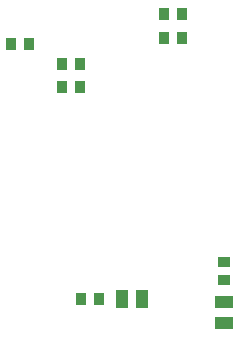
<source format=gbp>
G04 #@! TF.GenerationSoftware,KiCad,Pcbnew,no-vcs-found-bf44d39~61~ubuntu16.04.1*
G04 #@! TF.CreationDate,2018-01-04T16:51:08+01:00*
G04 #@! TF.ProjectId,arcade_adapter,6172636164655F616461707465722E6B,rev?*
G04 #@! TF.SameCoordinates,Original*
G04 #@! TF.FileFunction,Paste,Bot*
G04 #@! TF.FilePolarity,Positive*
%FSLAX46Y46*%
G04 Gerber Fmt 4.6, Leading zero omitted, Abs format (unit mm)*
G04 Created by KiCad (PCBNEW no-vcs-found-bf44d39~61~ubuntu16.04.1) date Thu Jan  4 16:51:08 2018*
%MOMM*%
%LPD*%
G01*
G04 APERTURE LIST*
%ADD10R,0.914400X1.066800*%
%ADD11R,1.066800X0.914400*%
%ADD12R,1.574800X1.066800*%
%ADD13R,1.066800X1.574800*%
G04 APERTURE END LIST*
D10*
X98907600Y-69857620D03*
X97383600Y-69857620D03*
X97383600Y-71805800D03*
X98907600Y-71805800D03*
X106008000Y-67620000D03*
X107532000Y-67620000D03*
D11*
X111099600Y-86639400D03*
X111099600Y-88163400D03*
D10*
X107532000Y-65650000D03*
X106008000Y-65650000D03*
X98933000Y-89738200D03*
X100457000Y-89738200D03*
X93045280Y-68122800D03*
X94569280Y-68122800D03*
D12*
X111099600Y-91744800D03*
X111099600Y-90017600D03*
D13*
X102412800Y-89738200D03*
X104140000Y-89738200D03*
M02*

</source>
